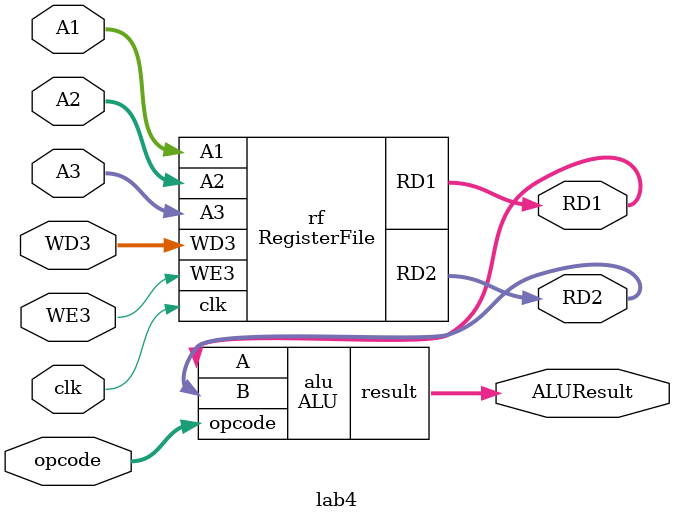
<source format=v>
module RegisterFile(
    input clk,
    input WE3,
    input [4:0] A1, A2, A3,
    input [31:0] WD3,
    output [31:0] RD1, RD2
);
    reg [31:0] registers [31:0];

    assign RD1 = registers[A1];
    assign RD2 = registers[A2];

    always @(posedge clk) begin
        if (WE3) begin
            registers[A3] <= WD3;
        end
    end
endmodule

module ALU(
    input [31:0] A, B,
    input [1:0] opcode,
    output reg [31:0] result
);
    always @(*) begin
        case (opcode)
            2'b00: result = A + B;
            2'b01: result = A - B;
            2'b10: result = A << B;
            2'b11: result = A >> B;
            default: result = 32'b0;
        endcase
    end
endmodule

module lab4(
    input clk,
    input WE3,
    input [4:0] A1, A2, A3,
    input [31:0] WD3,
    input [1:0] opcode,
    output [31:0] RD1, RD2,
    output [31:0] ALUResult
);

    RegisterFile rf(
        .clk(clk), .WE3(WE3), .A1(A1), .A2(A2), .A3(A3),
        .WD3(WD3), .RD1(RD1), .RD2(RD2)
    );

    ALU alu(
        .A(RD1), .B(RD2), .opcode(opcode), .result(ALUResult)
    );
endmodule

</source>
